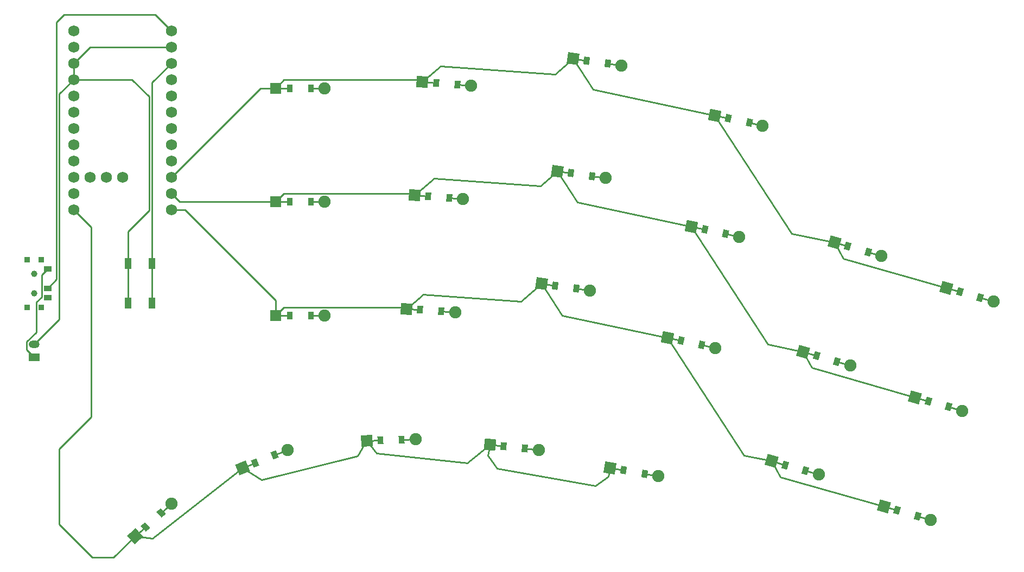
<source format=gbr>
%TF.GenerationSoftware,KiCad,Pcbnew,8.0.4*%
%TF.CreationDate,2024-08-02T13:19:55+01:00*%
%TF.ProjectId,right,72696768-742e-46b6-9963-61645f706362,v1.0.0*%
%TF.SameCoordinates,Original*%
%TF.FileFunction,Copper,L1,Top*%
%TF.FilePolarity,Positive*%
%FSLAX46Y46*%
G04 Gerber Fmt 4.6, Leading zero omitted, Abs format (unit mm)*
G04 Created by KiCad (PCBNEW 8.0.4) date 2024-08-02 13:19:55*
%MOMM*%
%LPD*%
G01*
G04 APERTURE LIST*
G04 Aperture macros list*
%AMRotRect*
0 Rectangle, with rotation*
0 The origin of the aperture is its center*
0 $1 length*
0 $2 width*
0 $3 Rotation angle, in degrees counterclockwise*
0 Add horizontal line*
21,1,$1,$2,0,0,$3*%
G04 Aperture macros list end*
%TA.AperFunction,ComponentPad*%
%ADD10C,1.905000*%
%TD*%
%TA.AperFunction,ComponentPad*%
%ADD11RotRect,1.778000X1.778000X344.000000*%
%TD*%
%TA.AperFunction,SMDPad,CuDef*%
%ADD12RotRect,0.900000X1.200000X344.000000*%
%TD*%
%TA.AperFunction,ComponentPad*%
%ADD13RotRect,1.778000X1.778000X348.000000*%
%TD*%
%TA.AperFunction,SMDPad,CuDef*%
%ADD14RotRect,0.900000X1.200000X348.000000*%
%TD*%
%TA.AperFunction,ComponentPad*%
%ADD15RotRect,1.778000X1.778000X352.000000*%
%TD*%
%TA.AperFunction,SMDPad,CuDef*%
%ADD16RotRect,0.900000X1.200000X352.000000*%
%TD*%
%TA.AperFunction,ComponentPad*%
%ADD17RotRect,1.778000X1.778000X356.000000*%
%TD*%
%TA.AperFunction,SMDPad,CuDef*%
%ADD18RotRect,0.900000X1.200000X356.000000*%
%TD*%
%TA.AperFunction,ComponentPad*%
%ADD19R,1.778000X1.778000*%
%TD*%
%TA.AperFunction,SMDPad,CuDef*%
%ADD20R,0.900000X1.200000*%
%TD*%
%TA.AperFunction,ComponentPad*%
%ADD21RotRect,1.778000X1.778000X350.000000*%
%TD*%
%TA.AperFunction,SMDPad,CuDef*%
%ADD22RotRect,0.900000X1.200000X350.000000*%
%TD*%
%TA.AperFunction,ComponentPad*%
%ADD23RotRect,1.778000X1.778000X354.000000*%
%TD*%
%TA.AperFunction,SMDPad,CuDef*%
%ADD24RotRect,0.900000X1.200000X354.000000*%
%TD*%
%TA.AperFunction,ComponentPad*%
%ADD25RotRect,1.778000X1.778000X2.000000*%
%TD*%
%TA.AperFunction,SMDPad,CuDef*%
%ADD26RotRect,0.900000X1.200000X2.000000*%
%TD*%
%TA.AperFunction,ComponentPad*%
%ADD27RotRect,1.778000X1.778000X22.000000*%
%TD*%
%TA.AperFunction,SMDPad,CuDef*%
%ADD28RotRect,0.900000X1.200000X22.000000*%
%TD*%
%TA.AperFunction,ComponentPad*%
%ADD29RotRect,1.778000X1.778000X42.000000*%
%TD*%
%TA.AperFunction,SMDPad,CuDef*%
%ADD30RotRect,0.900000X1.200000X42.000000*%
%TD*%
%TA.AperFunction,ComponentPad*%
%ADD31C,1.752600*%
%TD*%
%TA.AperFunction,ComponentPad*%
%ADD32O,1.700000X1.200000*%
%TD*%
%TA.AperFunction,ComponentPad*%
%ADD33R,1.700000X1.200000*%
%TD*%
%TA.AperFunction,SMDPad,CuDef*%
%ADD34R,1.100000X1.800000*%
%TD*%
%TA.AperFunction,SMDPad,CuDef*%
%ADD35R,0.900000X0.900000*%
%TD*%
%TA.AperFunction,SMDPad,CuDef*%
%ADD36R,1.250000X0.900000*%
%TD*%
%TA.AperFunction,WasherPad*%
%ADD37C,1.000000*%
%TD*%
%TA.AperFunction,Conductor*%
%ADD38C,0.250000*%
%TD*%
G04 APERTURE END LIST*
D10*
%TO.P,D1,2*%
%TO.N,mirror_first_bottom*%
X286330647Y-169345110D03*
D11*
%TO.P,D1,1*%
%TO.N,P009*%
X279005835Y-167244754D03*
D12*
%TO.P,D1,2*%
%TO.N,mirror_first_bottom*%
X284254322Y-168749734D03*
%TO.P,D1,1*%
%TO.N,P009*%
X281082160Y-167840130D03*
%TD*%
D10*
%TO.P,D2,2*%
%TO.N,mirror_first_home*%
X291223208Y-152282710D03*
D11*
%TO.P,D2,1*%
%TO.N,P010*%
X283898396Y-150182354D03*
D12*
%TO.P,D2,2*%
%TO.N,mirror_first_home*%
X289146883Y-151687334D03*
%TO.P,D2,1*%
%TO.N,P010*%
X285974721Y-150777730D03*
%TD*%
D10*
%TO.P,D3,2*%
%TO.N,mirror_first_top*%
X296115771Y-135220315D03*
D11*
%TO.P,D3,1*%
%TO.N,P111*%
X288790959Y-133119959D03*
D12*
%TO.P,D3,2*%
%TO.N,mirror_first_top*%
X294039446Y-134624939D03*
%TO.P,D3,1*%
%TO.N,P111*%
X290867284Y-133715335D03*
%TD*%
D10*
%TO.P,D4,2*%
%TO.N,mirror_second_bottom*%
X268858260Y-162254382D03*
D11*
%TO.P,D4,1*%
%TO.N,P009*%
X261533448Y-160154026D03*
D12*
%TO.P,D4,2*%
%TO.N,mirror_second_bottom*%
X266781935Y-161659006D03*
%TO.P,D4,1*%
%TO.N,P009*%
X263609773Y-160749402D03*
%TD*%
D10*
%TO.P,D5,2*%
%TO.N,mirror_second_home*%
X273750824Y-145191986D03*
D11*
%TO.P,D5,1*%
%TO.N,P010*%
X266426012Y-143091630D03*
D12*
%TO.P,D5,2*%
%TO.N,mirror_second_home*%
X271674499Y-144596610D03*
%TO.P,D5,1*%
%TO.N,P010*%
X268502337Y-143687006D03*
%TD*%
D10*
%TO.P,D6,2*%
%TO.N,mirror_second_top*%
X278643387Y-128129589D03*
D11*
%TO.P,D6,1*%
%TO.N,P111*%
X271318575Y-126029233D03*
D12*
%TO.P,D6,2*%
%TO.N,mirror_second_top*%
X276567062Y-127534213D03*
%TO.P,D6,1*%
%TO.N,P111*%
X273394900Y-126624609D03*
%TD*%
D10*
%TO.P,D7,2*%
%TO.N,mirror_third_bottom*%
X252731236Y-142482626D03*
D13*
%TO.P,D7,1*%
%TO.N,P009*%
X245277752Y-140898340D03*
D14*
%TO.P,D7,2*%
%TO.N,mirror_third_bottom*%
X250618437Y-142033538D03*
%TO.P,D7,1*%
%TO.N,P009*%
X247390551Y-141347428D03*
%TD*%
D10*
%TO.P,D8,2*%
%TO.N,mirror_third_home*%
X256421667Y-125120506D03*
D13*
%TO.P,D8,1*%
%TO.N,P010*%
X248968183Y-123536220D03*
D14*
%TO.P,D8,2*%
%TO.N,mirror_third_home*%
X254308868Y-124671418D03*
%TO.P,D8,1*%
%TO.N,P010*%
X251080982Y-123985308D03*
%TD*%
D10*
%TO.P,D9,2*%
%TO.N,mirror_third_top*%
X260112101Y-107758378D03*
D13*
%TO.P,D9,1*%
%TO.N,P111*%
X252658617Y-106174092D03*
D14*
%TO.P,D9,2*%
%TO.N,mirror_third_top*%
X257999302Y-107309290D03*
%TO.P,D9,1*%
%TO.N,P111*%
X254771416Y-106623180D03*
%TD*%
D10*
%TO.P,D10,2*%
%TO.N,mirror_fourth_bottom*%
X233140678Y-133515872D03*
D15*
%TO.P,D10,1*%
%TO.N,P009*%
X225594834Y-132455378D03*
D16*
%TO.P,D10,2*%
%TO.N,mirror_fourth_bottom*%
X231001698Y-133215261D03*
%TO.P,D10,1*%
%TO.N,P009*%
X227733814Y-132755989D03*
%TD*%
D10*
%TO.P,D11,2*%
%TO.N,mirror_fourth_home*%
X235611005Y-115938616D03*
D15*
%TO.P,D11,1*%
%TO.N,P010*%
X228065161Y-114878122D03*
D16*
%TO.P,D11,2*%
%TO.N,mirror_fourth_home*%
X233472025Y-115638005D03*
%TO.P,D11,1*%
%TO.N,P010*%
X230204141Y-115178733D03*
%TD*%
D10*
%TO.P,D12,2*%
%TO.N,mirror_fourth_top*%
X238081324Y-98361354D03*
D15*
%TO.P,D12,1*%
%TO.N,P111*%
X230535480Y-97300860D03*
D16*
%TO.P,D12,2*%
%TO.N,mirror_fourth_top*%
X235942344Y-98060743D03*
%TO.P,D12,1*%
%TO.N,P111*%
X232674460Y-97601471D03*
%TD*%
D10*
%TO.P,D13,2*%
%TO.N,mirror_fifth_bottom*%
X212135606Y-136903440D03*
D17*
%TO.P,D13,1*%
%TO.N,P009*%
X204534168Y-136371898D03*
D18*
%TO.P,D13,2*%
%TO.N,mirror_fifth_bottom*%
X209980868Y-136752769D03*
%TO.P,D13,1*%
%TO.N,P009*%
X206688906Y-136522569D03*
%TD*%
D10*
%TO.P,D14,2*%
%TO.N,mirror_fifth_home*%
X213373788Y-119196678D03*
D17*
%TO.P,D14,1*%
%TO.N,P010*%
X205772350Y-118665136D03*
D18*
%TO.P,D14,2*%
%TO.N,mirror_fifth_home*%
X211219050Y-119046007D03*
%TO.P,D14,1*%
%TO.N,P010*%
X207927088Y-118815807D03*
%TD*%
D10*
%TO.P,D15,2*%
%TO.N,mirror_fifth_top*%
X214611962Y-101489917D03*
D17*
%TO.P,D15,1*%
%TO.N,P111*%
X207010524Y-100958375D03*
D18*
%TO.P,D15,2*%
%TO.N,mirror_fifth_top*%
X212457224Y-101339246D03*
%TO.P,D15,1*%
%TO.N,P111*%
X209165262Y-101109046D03*
%TD*%
D10*
%TO.P,D16,2*%
%TO.N,mirror_sixth_bottom*%
X191778976Y-137411394D03*
D19*
%TO.P,D16,1*%
%TO.N,P009*%
X184158976Y-137411392D03*
D20*
%TO.P,D16,2*%
%TO.N,mirror_sixth_bottom*%
X189618978Y-137411394D03*
%TO.P,D16,1*%
%TO.N,P009*%
X186318974Y-137411392D03*
%TD*%
D10*
%TO.P,D17,2*%
%TO.N,mirror_sixth_home*%
X191778973Y-119661395D03*
D19*
%TO.P,D17,1*%
%TO.N,P010*%
X184158973Y-119661393D03*
D20*
%TO.P,D17,2*%
%TO.N,mirror_sixth_home*%
X189618975Y-119661395D03*
%TO.P,D17,1*%
%TO.N,P010*%
X186318971Y-119661393D03*
%TD*%
D10*
%TO.P,D18,2*%
%TO.N,mirror_sixth_top*%
X191778974Y-101911395D03*
D19*
%TO.P,D18,1*%
%TO.N,P111*%
X184158974Y-101911393D03*
D20*
%TO.P,D18,2*%
%TO.N,mirror_sixth_top*%
X189618976Y-101911395D03*
%TO.P,D18,1*%
%TO.N,P111*%
X186318972Y-101911393D03*
%TD*%
D10*
%TO.P,D19,2*%
%TO.N,mirror_first_only*%
X243807277Y-162517978D03*
D21*
%TO.P,D19,1*%
%TO.N,P106*%
X236303043Y-161194780D03*
D22*
%TO.P,D19,2*%
%TO.N,mirror_first_only*%
X241680092Y-162142899D03*
%TO.P,D19,1*%
%TO.N,P106*%
X238430228Y-161569859D03*
%TD*%
D10*
%TO.P,D20,2*%
%TO.N,mirror_second_only*%
X225148910Y-158380068D03*
D23*
%TO.P,D20,1*%
%TO.N,P106*%
X217570652Y-157583564D03*
D24*
%TO.P,D20,2*%
%TO.N,mirror_second_only*%
X223000742Y-158154290D03*
%TO.P,D20,1*%
%TO.N,P106*%
X219718820Y-157809342D03*
%TD*%
D10*
%TO.P,D21,2*%
%TO.N,mirror_third_only*%
X205933246Y-156706032D03*
D25*
%TO.P,D21,1*%
%TO.N,P106*%
X198317886Y-156971968D03*
D26*
%TO.P,D21,2*%
%TO.N,mirror_third_only*%
X203774563Y-156781417D03*
%TO.P,D21,1*%
%TO.N,P106*%
X200476569Y-156896583D03*
%TD*%
D10*
%TO.P,D22,2*%
%TO.N,mirror_fourth_only*%
X185993972Y-158393183D03*
D27*
%TO.P,D22,1*%
%TO.N,P106*%
X178928830Y-161247685D03*
D28*
%TO.P,D22,2*%
%TO.N,mirror_fourth_only*%
X183991253Y-159202338D03*
%TO.P,D22,1*%
%TO.N,P106*%
X180931549Y-160438530D03*
%TD*%
D10*
%TO.P,D23,2*%
%TO.N,mirror_fifth_only*%
X167834222Y-166798220D03*
D29*
%TO.P,D23,1*%
%TO.N,P106*%
X162171458Y-171896990D03*
D30*
%TO.P,D23,2*%
%TO.N,mirror_fifth_only*%
X166229028Y-168243538D03*
%TO.P,D23,1*%
%TO.N,P106*%
X163776652Y-170451672D03*
%TD*%
D31*
%TO.P,MCU1,33*%
%TO.N,P107*%
X160218973Y-115801399D03*
%TO.P,MCU1,32*%
%TO.N,P102*%
X157678970Y-115801397D03*
%TO.P,MCU1,31*%
%TO.N,P101*%
X155138976Y-115801399D03*
%TO.P,MCU1,24*%
%TO.N,RAW*%
X167838973Y-92941397D03*
%TO.P,MCU1,23*%
%TO.N,GND*%
X167838973Y-95481398D03*
%TO.P,MCU1,22*%
%TO.N,RST*%
X167838974Y-98021399D03*
%TO.P,MCU1,21*%
%TO.N,VCC*%
X167838973Y-100561398D03*
%TO.P,MCU1,20*%
%TO.N,P031*%
X167838973Y-103101397D03*
%TO.P,MCU1,19*%
%TO.N,P029*%
X167838973Y-105641399D03*
%TO.P,MCU1,18*%
%TO.N,P002*%
X167838975Y-108181399D03*
%TO.P,MCU1,17*%
%TO.N,P115*%
X167838973Y-110721396D03*
%TO.P,MCU1,16*%
%TO.N,P113*%
X167838974Y-113261397D03*
%TO.P,MCU1,15*%
%TO.N,P111*%
X167838974Y-115801398D03*
%TO.P,MCU1,14*%
%TO.N,P010*%
X167838974Y-118341400D03*
%TO.P,MCU1,13*%
%TO.N,P009*%
X167838975Y-120881395D03*
%TO.P,MCU1,12*%
%TO.N,P106*%
X152598975Y-120881399D03*
%TO.P,MCU1,11*%
%TO.N,P104*%
X152598975Y-118341398D03*
%TO.P,MCU1,10*%
%TO.N,P011*%
X152598974Y-115801397D03*
%TO.P,MCU1,9*%
%TO.N,P100*%
X152598975Y-113261398D03*
%TO.P,MCU1,8*%
%TO.N,P024*%
X152598975Y-110721399D03*
%TO.P,MCU1,7*%
%TO.N,P022*%
X152598975Y-108181397D03*
%TO.P,MCU1,6*%
%TO.N,P020*%
X152598973Y-105641397D03*
%TO.P,MCU1,5*%
%TO.N,P017*%
X152598975Y-103101400D03*
%TO.P,MCU1,4*%
%TO.N,GND*%
X152598974Y-100561399D03*
%TO.P,MCU1,3*%
X152598974Y-98021398D03*
%TO.P,MCU1,2*%
%TO.N,P008*%
X152598974Y-95481396D03*
%TO.P,MCU1,1*%
%TO.N,P006*%
X152598973Y-92941401D03*
%TD*%
D32*
%TO.P,JST1,2*%
%TO.N,GND*%
X146468978Y-141911395D03*
D33*
%TO.P,JST1,1*%
%TO.N,pos*%
X146468972Y-143911395D03*
%TD*%
D34*
%TO.P,B1,2*%
%TO.N,RST*%
X164818981Y-129311396D03*
X164818982Y-135511392D03*
%TO.P,B1,1*%
%TO.N,GND*%
X161118982Y-129311400D03*
X161118983Y-135511396D03*
%TD*%
D35*
%TO.P,T1,*%
%TO.N,*%
X145368975Y-136111395D03*
X147568975Y-136111393D03*
X147568975Y-128711395D03*
X145368975Y-128711397D03*
D36*
%TO.P,T1,3*%
%TO.N,N/C*%
X148543971Y-134661394D03*
%TO.P,T1,2*%
%TO.N,RAW*%
X148543974Y-133161394D03*
%TO.P,T1,1*%
%TO.N,pos*%
X148543975Y-130161395D03*
D37*
%TO.P,T1,*%
%TO.N,*%
X146468976Y-133911395D03*
X146468974Y-130911395D03*
%TD*%
D38*
%TO.N,GND*%
X150378880Y-138001492D02*
X150378880Y-102781489D01*
X150378880Y-102781489D02*
X152598973Y-100561398D01*
X146468977Y-141911395D02*
X150378880Y-138001492D01*
%TO.N,pos*%
X146793974Y-135336391D02*
X146793975Y-140028248D01*
X145293976Y-142736398D02*
X146468973Y-143911395D01*
X147593972Y-134536396D02*
X146793974Y-135336391D01*
X145293975Y-141528247D02*
X145293976Y-142736398D01*
X147593971Y-131111397D02*
X147593972Y-134536396D01*
X148543974Y-130161395D02*
X147593971Y-131111397D01*
X146793975Y-140028248D02*
X145293975Y-141528247D01*
%TO.N,RAW*%
X149928879Y-91618379D02*
X149928879Y-131776486D01*
X149928879Y-131776486D02*
X148543975Y-133161393D01*
X165315955Y-90418379D02*
X151128879Y-90418380D01*
X151128879Y-90418380D02*
X149928879Y-91618379D01*
X167838972Y-92941395D02*
X165315955Y-90418379D01*
%TO.N,GND*%
X161118981Y-124268377D02*
X161118982Y-129311398D01*
X164368979Y-103218379D02*
X164368979Y-121018378D01*
X161711997Y-100561397D02*
X164368979Y-103218379D01*
X152598973Y-100561398D02*
X161711997Y-100561397D01*
X164368979Y-121018378D02*
X161118981Y-124268377D01*
X152598972Y-98021396D02*
X152598973Y-100561398D01*
X155138972Y-95481397D02*
X152598972Y-98021396D01*
X167838970Y-95481396D02*
X155138972Y-95481397D01*
%TO.N,RST*%
X164818980Y-101041391D02*
X167838971Y-98021398D01*
X164818980Y-129311394D02*
X164818980Y-101041391D01*
%TO.N,GND*%
X161118979Y-135511394D02*
X161118980Y-135511395D01*
X161118982Y-129311398D02*
X161118979Y-135511394D01*
%TO.N,RST*%
X164818981Y-135511391D02*
X164818981Y-135511392D01*
X164818980Y-129311394D02*
X164818981Y-135511391D01*
%TO.N,P106*%
X155328880Y-123611303D02*
X152598974Y-120881397D01*
X150328880Y-158218377D02*
X155328879Y-153218377D01*
X150328879Y-170018378D02*
X150328880Y-158218377D01*
X155528879Y-175218377D02*
X150328879Y-170018378D01*
X158850071Y-175218379D02*
X155528879Y-175218377D01*
X155328879Y-153218377D02*
X155328880Y-123611303D01*
X162171460Y-171896991D02*
X158850071Y-175218379D01*
%TO.N,P009*%
X184158976Y-135048477D02*
X169991893Y-120881394D01*
X169991893Y-120881394D02*
X167838973Y-120881393D01*
X184158976Y-137411394D02*
X184158976Y-135048477D01*
%TO.N,P010*%
X169158967Y-119661394D02*
X167838973Y-118341398D01*
X184158974Y-119661393D02*
X169158967Y-119661394D01*
%TO.N,P111*%
X181728979Y-101911392D02*
X167838972Y-115801397D01*
X184158975Y-101911390D02*
X181728979Y-101911392D01*
%TO.N,P106*%
X162171458Y-171896999D02*
X162171456Y-171896998D01*
X163776651Y-170451677D02*
X162171458Y-171896999D01*
%TO.N,mirror_fifth_only*%
X166229037Y-168243542D02*
X166229036Y-168243543D01*
X167834226Y-166798222D02*
X166229037Y-168243542D01*
%TO.N,P106*%
X164873662Y-172228783D02*
X162171456Y-171896998D01*
X178928831Y-161247682D02*
X164873662Y-172228783D01*
X178928828Y-161247681D02*
X178928830Y-161247686D01*
X180931551Y-160438535D02*
X178928828Y-161247681D01*
%TO.N,mirror_fourth_only*%
X183991252Y-159202324D02*
X183991252Y-159202331D01*
X185993970Y-158393185D02*
X183991252Y-159202324D01*
%TO.N,P106*%
X181931222Y-163051706D02*
X178928830Y-161247685D01*
X196867988Y-159327551D02*
X181931222Y-163051706D01*
X198277285Y-156982093D02*
X196867988Y-159327551D01*
X198317891Y-156971971D02*
X198277285Y-156982093D01*
X198317889Y-156971971D02*
X198317891Y-156971971D01*
X200476571Y-156896583D02*
X198317889Y-156971971D01*
%TO.N,mirror_third_only*%
X203774565Y-156781415D02*
X203774567Y-156781421D01*
X205933252Y-156706032D02*
X203774565Y-156781415D01*
%TO.N,P106*%
X199900137Y-158925878D02*
X198317888Y-156971970D01*
X214115521Y-160419976D02*
X199900137Y-158925878D01*
X214119948Y-160377883D02*
X214115521Y-160419976D01*
X217570647Y-157583560D02*
X214119948Y-160377883D01*
X217570650Y-157583557D02*
X217570647Y-157583560D01*
X219718814Y-157809341D02*
X217570650Y-157583557D01*
%TO.N,mirror_second_only*%
X223000745Y-158154284D02*
X223000742Y-158154287D01*
X225148908Y-158380067D02*
X223000745Y-158154284D01*
%TO.N,P106*%
X217266962Y-159305834D02*
X217570650Y-157583560D01*
X218666207Y-161304157D02*
X217266962Y-159305834D01*
X234029208Y-164013065D02*
X218666207Y-161304157D01*
X236056387Y-162593630D02*
X234029208Y-164013065D01*
X236303045Y-161194779D02*
X236056387Y-162593630D01*
X238430225Y-161569859D02*
X236303045Y-161194779D01*
%TO.N,mirror_first_only*%
X243807277Y-162517977D02*
X241680092Y-162142904D01*
%TO.N,P009*%
X184158980Y-137411395D02*
X184158980Y-137411397D01*
X186318977Y-137411390D02*
X184158980Y-137411395D01*
%TO.N,mirror_sixth_bottom*%
X189618978Y-137411393D02*
X189618977Y-137411393D01*
X191778975Y-137411390D02*
X189618978Y-137411393D01*
%TO.N,P010*%
X184158979Y-119661391D02*
X184158976Y-119661394D01*
X186318976Y-119661391D02*
X184158979Y-119661391D01*
%TO.N,mirror_sixth_home*%
X189618982Y-119661394D02*
X189618982Y-119661395D01*
X191778980Y-119661391D02*
X189618982Y-119661394D01*
%TO.N,P111*%
X184158974Y-101911392D02*
X184158973Y-101911390D01*
X186318971Y-101911397D02*
X184158974Y-101911392D01*
%TO.N,mirror_sixth_top*%
X189618977Y-101911394D02*
X189618977Y-101911393D01*
X191778976Y-101911393D02*
X189618977Y-101911394D01*
%TO.N,P009*%
X185436478Y-136133890D02*
X184158980Y-137411397D01*
X204534172Y-136371899D02*
X204296168Y-136133896D01*
X204296168Y-136133896D02*
X185436478Y-136133890D01*
%TO.N,P010*%
X185436479Y-118383897D02*
X184158976Y-119661394D01*
X205491107Y-118383889D02*
X185436479Y-118383897D01*
X205772347Y-118665137D02*
X205491107Y-118383889D01*
%TO.N,P111*%
X185436477Y-100633895D02*
X184158973Y-101911390D01*
X206686049Y-100633892D02*
X185436477Y-100633895D01*
X207010524Y-100958378D02*
X206686049Y-100633892D01*
%TO.N,P009*%
X204534177Y-136371900D02*
X204534172Y-136371899D01*
X206688912Y-136522575D02*
X204534177Y-136371900D01*
%TO.N,mirror_fifth_bottom*%
X209980878Y-136752767D02*
X209980873Y-136752767D01*
X212135610Y-136903445D02*
X209980878Y-136752767D01*
%TO.N,P010*%
X205772350Y-118665135D02*
X205772347Y-118665137D01*
X207927088Y-118815804D02*
X205772350Y-118665135D01*
%TO.N,mirror_fifth_home*%
X211219053Y-119046003D02*
X211219053Y-119046005D01*
X213373789Y-119196680D02*
X211219053Y-119046003D01*
%TO.N,P111*%
X207010528Y-100958373D02*
X207010524Y-100958378D01*
X209165266Y-101109045D02*
X207010528Y-100958373D01*
%TO.N,mirror_fifth_top*%
X214611964Y-101489917D02*
X212457227Y-101339243D01*
X212457227Y-101339243D02*
X212457229Y-101339245D01*
%TO.N,P111*%
X209887984Y-98457043D02*
X207010524Y-100958378D01*
X227767212Y-99707280D02*
X209887984Y-98457043D01*
X230535479Y-97300860D02*
X227767212Y-99707280D01*
%TO.N,P009*%
X207047258Y-134187313D02*
X204534172Y-136371899D01*
X207050139Y-134146021D02*
X207047258Y-134187313D01*
X222414069Y-135220369D02*
X207050139Y-134146021D01*
X225594838Y-132455379D02*
X222414069Y-135220369D01*
%TO.N,P010*%
X208809903Y-116024638D02*
X205772347Y-118665137D01*
X225410839Y-117185482D02*
X208809903Y-116024638D01*
X228065157Y-114878117D02*
X225410839Y-117185482D01*
%TO.N,P009*%
X225594840Y-132455379D02*
X225594838Y-132455379D01*
X227733813Y-132755986D02*
X225594840Y-132455379D01*
%TO.N,mirror_fourth_bottom*%
X231001702Y-133215256D02*
X231001701Y-133215259D01*
X233140678Y-133515870D02*
X231001702Y-133215256D01*
%TO.N,P010*%
X228065156Y-114878115D02*
X228065157Y-114878117D01*
X230204135Y-115178732D02*
X228065156Y-114878115D01*
%TO.N,mirror_fourth_home*%
X233472020Y-115638002D02*
X233472019Y-115638001D01*
X235611002Y-115938616D02*
X233472020Y-115638002D01*
%TO.N,P111*%
X230535478Y-97300860D02*
X230535479Y-97300860D01*
X232674460Y-97601476D02*
X230535478Y-97300860D01*
%TO.N,mirror_fourth_top*%
X235942342Y-98060739D02*
X235942342Y-98060742D01*
X238081321Y-98361356D02*
X235942342Y-98060739D01*
%TO.N,P009*%
X228803756Y-137396679D02*
X225594838Y-132455379D01*
X245277752Y-140898338D02*
X228803756Y-137396679D01*
%TO.N,P010*%
X231240783Y-119768140D02*
X228065157Y-114878117D01*
X248968185Y-123536215D02*
X231240783Y-119768140D01*
%TO.N,P111*%
X233677788Y-102139598D02*
X230535479Y-97300860D01*
X252658620Y-106174103D02*
X233677788Y-102139598D01*
%TO.N,P009*%
X257181867Y-159229066D02*
X245277752Y-140898338D01*
X261533453Y-160154028D02*
X257181867Y-159229066D01*
%TO.N,P010*%
X260905606Y-141918234D02*
X248968185Y-123536215D01*
X266426012Y-143091629D02*
X260905606Y-141918234D01*
%TO.N,P111*%
X264629343Y-124607396D02*
X252658620Y-106174103D01*
X271318574Y-126029228D02*
X264629343Y-124607396D01*
%TO.N,P009*%
X247390548Y-141347426D02*
X245277752Y-140898338D01*
%TO.N,mirror_third_bottom*%
X252731242Y-142482629D02*
X250618441Y-142033536D01*
%TO.N,mirror_third_home*%
X254308866Y-124671408D02*
X256421671Y-125120506D01*
%TO.N,P010*%
X248968185Y-123536215D02*
X251080986Y-123985305D01*
%TO.N,P111*%
X254771418Y-106623187D02*
X252658620Y-106174103D01*
%TO.N,mirror_third_top*%
X260112099Y-107758390D02*
X257999303Y-107309298D01*
%TO.N,P009*%
X263609779Y-160749403D02*
X261533453Y-160154028D01*
%TO.N,mirror_second_bottom*%
X268858266Y-162254382D02*
X266781940Y-161659004D01*
%TO.N,P010*%
X268502338Y-143687007D02*
X266426012Y-143091629D01*
%TO.N,mirror_second_home*%
X273750828Y-145191984D02*
X271674502Y-144596608D01*
%TO.N,P111*%
X273394902Y-126624615D02*
X271318574Y-126029228D01*
%TO.N,mirror_second_top*%
X278643395Y-128129589D02*
X276567067Y-127534216D01*
%TO.N,P111*%
X272689826Y-128503032D02*
X271318574Y-126029228D01*
X288790960Y-133119960D02*
X272689826Y-128503032D01*
%TO.N,P010*%
X267797261Y-145565429D02*
X266426012Y-143091629D01*
X283898397Y-150182354D02*
X267797261Y-145565429D01*
%TO.N,P009*%
X262904697Y-162627823D02*
X261533453Y-160154028D01*
X279005829Y-167244754D02*
X262904697Y-162627823D01*
%TO.N,mirror_first_bottom*%
X286330649Y-169345106D02*
X284254323Y-168749731D01*
%TO.N,P009*%
X279005829Y-167244754D02*
X281082158Y-167840125D01*
%TO.N,P010*%
X285974723Y-150777730D02*
X283898397Y-150182354D01*
%TO.N,mirror_first_home*%
X291223211Y-152282706D02*
X289146887Y-151687331D01*
%TO.N,P111*%
X290867286Y-133715336D02*
X288790960Y-133119960D01*
%TO.N,mirror_first_top*%
X296115775Y-135220318D02*
X294039452Y-134624942D01*
%TD*%
M02*

</source>
